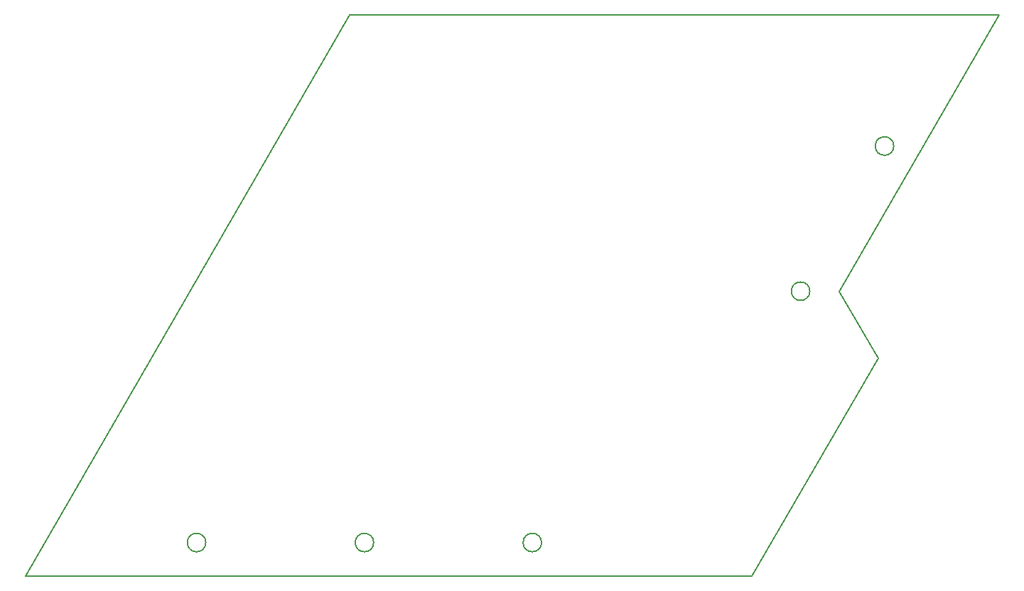
<source format=gm1>
%TF.GenerationSoftware,KiCad,Pcbnew,8.0.8*%
%TF.CreationDate,2025-03-26T10:56:17-07:00*%
%TF.ProjectId,led_mapper_850,6c65645f-6d61-4707-9065-725f3835302e,rev?*%
%TF.SameCoordinates,Original*%
%TF.FileFunction,Profile,NP*%
%FSLAX46Y46*%
G04 Gerber Fmt 4.6, Leading zero omitted, Abs format (unit mm)*
G04 Created by KiCad (PCBNEW 8.0.8) date 2025-03-26 10:56:17*
%MOMM*%
%LPD*%
G01*
G04 APERTURE LIST*
%TA.AperFunction,Profile*%
%ADD10C,0.200000*%
%TD*%
G04 APERTURE END LIST*
D10*
X-18900000Y-60000000D02*
G75*
G02*
X-21100000Y-60000000I-1100000J0D01*
G01*
X-21100000Y-60000000D02*
G75*
G02*
X-18900000Y-60000000I1100000J0D01*
G01*
X75632885Y3000000D02*
X-1732051Y3000000D01*
X56569219Y-30019238D02*
X75632885Y3000000D01*
X63061524Y-12679492D02*
G75*
G02*
X60861524Y-12679492I-1100000J0D01*
G01*
X60861524Y-12679492D02*
G75*
G02*
X63061524Y-12679492I1100000J0D01*
G01*
X61188021Y-38019238D02*
X56569219Y-30019238D01*
X1100000Y-60000000D02*
G75*
G02*
X-1100000Y-60000000I-1100000J0D01*
G01*
X-1100000Y-60000000D02*
G75*
G02*
X1100000Y-60000000I1100000J0D01*
G01*
X-1732051Y3000000D02*
X-40414519Y-64000000D01*
X21100000Y-60000000D02*
G75*
G02*
X18900000Y-60000000I-1100000J0D01*
G01*
X18900000Y-60000000D02*
G75*
G02*
X21100000Y-60000000I1100000J0D01*
G01*
X-40414519Y-64000000D02*
X46188021Y-64000000D01*
X46188021Y-64000000D02*
X61188021Y-38019238D01*
X53061524Y-30000000D02*
G75*
G02*
X50861524Y-30000000I-1100000J0D01*
G01*
X50861524Y-30000000D02*
G75*
G02*
X53061524Y-30000000I1100000J0D01*
G01*
M02*

</source>
